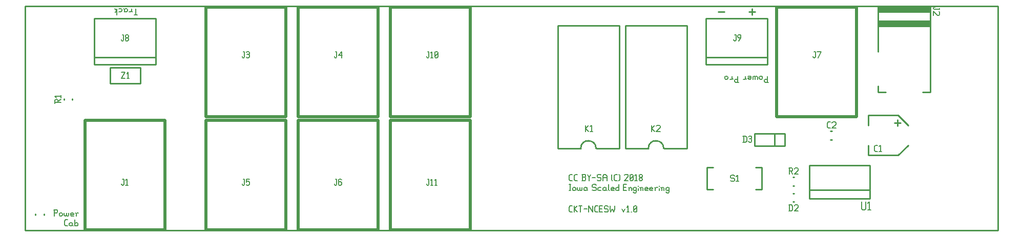
<source format=gbr>
G04 start of page 8 for group -4079 idx -4079 *
G04 Title: (unknown), topsilk *
G04 Creator: pcb 20140316 *
G04 CreationDate: Thu 29 Nov 2018 09:53:53 PM GMT UTC *
G04 For: railfan *
G04 Format: Gerber/RS-274X *
G04 PCB-Dimensions (mil): 6340.00 1470.00 *
G04 PCB-Coordinate-Origin: lower left *
%MOIN*%
%FSLAX25Y25*%
%LNTOPSILK*%
%ADD99C,0.0200*%
%ADD98C,0.0080*%
%ADD97C,0.0100*%
G54D97*X633500Y146500D02*Y500D01*
X473500Y145000D02*Y141000D01*
X475500Y143000D02*X471500D01*
X455500D02*X451500D01*
X500Y146500D02*X633500D01*
Y500D02*X500D01*
Y146500D01*
G54D98*X483500Y101000D02*Y97000D01*
X482000D02*X484000D01*
X482000D02*X481500Y97500D01*
Y98500D02*Y97500D01*
X482000Y99000D02*X481500Y98500D01*
X482000Y99000D02*X483500D01*
X480300Y100500D02*Y99500D01*
X479800Y99000D01*
X478800D02*X479800D01*
X478800D02*X478300Y99500D01*
Y100500D02*Y99500D01*
X478800Y101000D02*X478300Y100500D01*
X478800Y101000D02*X479800D01*
X480300Y100500D02*X479800Y101000D01*
X477100Y100500D02*Y99000D01*
Y100500D02*X476600Y101000D01*
X476100D02*X476600D01*
X476100D02*X475600Y100500D01*
Y99000D01*
Y100500D02*X475100Y101000D01*
X474600D02*X475100D01*
X474600D02*X474100Y100500D01*
Y99000D01*
X470900Y101000D02*X472400D01*
X472900Y100500D02*X472400Y101000D01*
X472900Y100500D02*Y99500D01*
X472400Y99000D01*
X471400D02*X472400D01*
X471400D02*X470900Y99500D01*
Y100000D02*X472900D01*
X470900D02*Y99500D01*
X469200Y101000D02*Y99500D01*
X468700Y99000D01*
X467700D02*X468700D01*
X469700D02*X469200Y99500D01*
X464200Y101000D02*Y97000D01*
X462700D02*X464700D01*
X462700D02*X462200Y97500D01*
Y98500D02*Y97500D01*
X462700Y99000D02*X462200Y98500D01*
X462700Y99000D02*X464200D01*
X460500Y101000D02*Y99500D01*
X460000Y99000D01*
X459000D02*X460000D01*
X461000D02*X460500Y99500D01*
X457800Y100500D02*Y99500D01*
X457300Y99000D01*
X456300D02*X457300D01*
X456300D02*X455800Y99500D01*
Y100500D02*Y99500D01*
X456300Y101000D02*X455800Y100500D01*
X456300Y101000D02*X457300D01*
X457800Y100500D02*X457300Y101000D01*
X355200Y12500D02*X356500D01*
X354500Y13200D02*X355200Y12500D01*
X354500Y15800D02*Y13200D01*
Y15800D02*X355200Y16500D01*
X356500D01*
X357700D02*Y12500D01*
Y14500D02*X359700Y16500D01*
X357700Y14500D02*X359700Y12500D01*
X360900Y16500D02*X362900D01*
X361900D02*Y12500D01*
X364100Y14500D02*X366100D01*
X367300Y16500D02*Y12500D01*
Y16500D02*X369800Y12500D01*
Y16500D02*Y12500D01*
X371700D02*X373000D01*
X371000Y13200D02*X371700Y12500D01*
X371000Y15800D02*Y13200D01*
Y15800D02*X371700Y16500D01*
X373000D01*
X374200Y14700D02*X375700D01*
X374200Y12500D02*X376200D01*
X374200Y16500D02*Y12500D01*
Y16500D02*X376200D01*
X379400D02*X379900Y16000D01*
X377900Y16500D02*X379400D01*
X377400Y16000D02*X377900Y16500D01*
X377400Y16000D02*Y15000D01*
X377900Y14500D01*
X379400D01*
X379900Y14000D01*
Y13000D01*
X379400Y12500D02*X379900Y13000D01*
X377900Y12500D02*X379400D01*
X377400Y13000D02*X377900Y12500D01*
X381100Y16500D02*Y14500D01*
X381600Y12500D01*
X382600Y14500D01*
X383600Y12500D01*
X384100Y14500D01*
Y16500D02*Y14500D01*
X388900D02*X389900Y12500D01*
X390900Y14500D02*X389900Y12500D01*
X392100Y15700D02*X392900Y16500D01*
Y12500D01*
X392100D02*X393600D01*
X394800D02*X395300D01*
X396500Y13000D02*X397000Y12500D01*
X396500Y16000D02*Y13000D01*
Y16000D02*X397000Y16500D01*
X398000D01*
X398500Y16000D01*
Y13000D01*
X398000Y12500D02*X398500Y13000D01*
X397000Y12500D02*X398000D01*
X396500Y13500D02*X398500Y15500D01*
X355200Y33000D02*X356500D01*
X354500Y33700D02*X355200Y33000D01*
X354500Y36300D02*Y33700D01*
Y36300D02*X355200Y37000D01*
X356500D01*
X358400Y33000D02*X359700D01*
X357700Y33700D02*X358400Y33000D01*
X357700Y36300D02*Y33700D01*
Y36300D02*X358400Y37000D01*
X359700D01*
X362700Y33000D02*X364700D01*
X365200Y33500D01*
Y34700D02*Y33500D01*
X364700Y35200D02*X365200Y34700D01*
X363200Y35200D02*X364700D01*
X363200Y37000D02*Y33000D01*
X362700Y37000D02*X364700D01*
X365200Y36500D01*
Y35700D01*
X364700Y35200D02*X365200Y35700D01*
X366400Y37000D02*X367400Y35000D01*
X368400Y37000D01*
X367400Y35000D02*Y33000D01*
X369600Y35000D02*X371600D01*
X374800Y37000D02*X375300Y36500D01*
X373300Y37000D02*X374800D01*
X372800Y36500D02*X373300Y37000D01*
X372800Y36500D02*Y35500D01*
X373300Y35000D01*
X374800D01*
X375300Y34500D01*
Y33500D01*
X374800Y33000D02*X375300Y33500D01*
X373300Y33000D02*X374800D01*
X372800Y33500D02*X373300Y33000D01*
X376500Y36000D02*Y33000D01*
Y36000D02*X377200Y37000D01*
X378300D01*
X379000Y36000D01*
Y33000D01*
X376500Y35000D02*X379000D01*
X382000Y33500D02*X382500Y33000D01*
X382000Y36500D02*X382500Y37000D01*
X382000Y36500D02*Y33500D01*
X384400Y33000D02*X385700D01*
X383700Y33700D02*X384400Y33000D01*
X383700Y36300D02*Y33700D01*
Y36300D02*X384400Y37000D01*
X385700D01*
X386900D02*X387400Y36500D01*
Y33500D01*
X386900Y33000D02*X387400Y33500D01*
X390400Y36500D02*X390900Y37000D01*
X392400D01*
X392900Y36500D01*
Y35500D01*
X390400Y33000D02*X392900Y35500D01*
X390400Y33000D02*X392900D01*
X394100Y33500D02*X394600Y33000D01*
X394100Y36500D02*Y33500D01*
Y36500D02*X394600Y37000D01*
X395600D01*
X396100Y36500D01*
Y33500D01*
X395600Y33000D02*X396100Y33500D01*
X394600Y33000D02*X395600D01*
X394100Y34000D02*X396100Y36000D01*
X397300Y36200D02*X398100Y37000D01*
Y33000D01*
X397300D02*X398800D01*
X400000Y33500D02*X400500Y33000D01*
X400000Y34300D02*Y33500D01*
Y34300D02*X400700Y35000D01*
X401300D01*
X402000Y34300D01*
Y33500D01*
X401500Y33000D02*X402000Y33500D01*
X400500Y33000D02*X401500D01*
X400000Y35700D02*X400700Y35000D01*
X400000Y36500D02*Y35700D01*
Y36500D02*X400500Y37000D01*
X401500D01*
X402000Y36500D01*
Y35700D01*
X401300Y35000D02*X402000Y35700D01*
X354500Y30500D02*X355500D01*
X355000D02*Y26500D01*
X354500D02*X355500D01*
X356700Y28000D02*Y27000D01*
Y28000D02*X357200Y28500D01*
X358200D01*
X358700Y28000D01*
Y27000D01*
X358200Y26500D02*X358700Y27000D01*
X357200Y26500D02*X358200D01*
X356700Y27000D02*X357200Y26500D01*
X359900Y28500D02*Y27000D01*
X360400Y26500D01*
X360900D01*
X361400Y27000D01*
Y28500D02*Y27000D01*
X361900Y26500D01*
X362400D01*
X362900Y27000D01*
Y28500D02*Y27000D01*
X365600Y28500D02*X366100Y28000D01*
X364600Y28500D02*X365600D01*
X364100Y28000D02*X364600Y28500D01*
X364100Y28000D02*Y27000D01*
X364600Y26500D01*
X366100Y28500D02*Y27000D01*
X366600Y26500D01*
X364600D02*X365600D01*
X366100Y27000D01*
X371600Y30500D02*X372100Y30000D01*
X370100Y30500D02*X371600D01*
X369600Y30000D02*X370100Y30500D01*
X369600Y30000D02*Y29000D01*
X370100Y28500D01*
X371600D01*
X372100Y28000D01*
Y27000D01*
X371600Y26500D02*X372100Y27000D01*
X370100Y26500D02*X371600D01*
X369600Y27000D02*X370100Y26500D01*
X373800Y28500D02*X375300D01*
X373300Y28000D02*X373800Y28500D01*
X373300Y28000D02*Y27000D01*
X373800Y26500D01*
X375300D01*
X378000Y28500D02*X378500Y28000D01*
X377000Y28500D02*X378000D01*
X376500Y28000D02*X377000Y28500D01*
X376500Y28000D02*Y27000D01*
X377000Y26500D01*
X378500Y28500D02*Y27000D01*
X379000Y26500D01*
X377000D02*X378000D01*
X378500Y27000D01*
X380200Y30500D02*Y27000D01*
X380700Y26500D01*
X382200D02*X383700D01*
X381700Y27000D02*X382200Y26500D01*
X381700Y28000D02*Y27000D01*
Y28000D02*X382200Y28500D01*
X383200D01*
X383700Y28000D01*
X381700Y27500D02*X383700D01*
Y28000D02*Y27500D01*
X386900Y30500D02*Y26500D01*
X386400D02*X386900Y27000D01*
X385400Y26500D02*X386400D01*
X384900Y27000D02*X385400Y26500D01*
X384900Y28000D02*Y27000D01*
Y28000D02*X385400Y28500D01*
X386400D01*
X386900Y28000D01*
X389900Y28700D02*X391400D01*
X389900Y26500D02*X391900D01*
X389900Y30500D02*Y26500D01*
Y30500D02*X391900D01*
X393600Y28000D02*Y26500D01*
Y28000D02*X394100Y28500D01*
X394600D01*
X395100Y28000D01*
Y26500D01*
X393100Y28500D02*X393600Y28000D01*
X397800Y28500D02*X398300Y28000D01*
X396800Y28500D02*X397800D01*
X396300Y28000D02*X396800Y28500D01*
X396300Y28000D02*Y27000D01*
X396800Y26500D01*
X397800D01*
X398300Y27000D01*
X396300Y25500D02*X396800Y25000D01*
X397800D01*
X398300Y25500D01*
Y28500D02*Y25500D01*
X399500Y29500D02*Y29400D01*
Y28000D02*Y26500D01*
X401000Y28000D02*Y26500D01*
Y28000D02*X401500Y28500D01*
X402000D01*
X402500Y28000D01*
Y26500D01*
X400500Y28500D02*X401000Y28000D01*
X404200Y26500D02*X405700D01*
X403700Y27000D02*X404200Y26500D01*
X403700Y28000D02*Y27000D01*
Y28000D02*X404200Y28500D01*
X405200D01*
X405700Y28000D01*
X403700Y27500D02*X405700D01*
Y28000D02*Y27500D01*
X407400Y26500D02*X408900D01*
X406900Y27000D02*X407400Y26500D01*
X406900Y28000D02*Y27000D01*
Y28000D02*X407400Y28500D01*
X408400D01*
X408900Y28000D01*
X406900Y27500D02*X408900D01*
Y28000D02*Y27500D01*
X410600Y28000D02*Y26500D01*
Y28000D02*X411100Y28500D01*
X412100D01*
X410100D02*X410600Y28000D01*
X413300Y29500D02*Y29400D01*
Y28000D02*Y26500D01*
X414800Y28000D02*Y26500D01*
Y28000D02*X415300Y28500D01*
X415800D01*
X416300Y28000D01*
Y26500D01*
X414300Y28500D02*X414800Y28000D01*
X419000Y28500D02*X419500Y28000D01*
X418000Y28500D02*X419000D01*
X417500Y28000D02*X418000Y28500D01*
X417500Y28000D02*Y27000D01*
X418000Y26500D01*
X419000D01*
X419500Y27000D01*
X417500Y25500D02*X418000Y25000D01*
X419000D01*
X419500Y25500D01*
Y28500D02*Y25500D01*
X71500Y141000D02*X73500D01*
X72500Y145000D02*Y141000D01*
X69800Y145000D02*Y143500D01*
X69300Y143000D01*
X68300D02*X69300D01*
X70300D02*X69800Y143500D01*
X65600Y143000D02*X65100Y143500D01*
X65600Y143000D02*X66600D01*
X67100Y143500D02*X66600Y143000D01*
X67100Y144500D02*Y143500D01*
Y144500D02*X66600Y145000D01*
X65100Y144500D02*Y143000D01*
Y144500D02*X64600Y145000D01*
X65600D02*X66600D01*
X65600D02*X65100Y144500D01*
X61400Y143000D02*X62900D01*
X63400Y143500D02*X62900Y143000D01*
X63400Y144500D02*Y143500D01*
Y144500D02*X62900Y145000D01*
X61400D02*X62900D01*
X60200D02*Y141000D01*
Y143500D02*X58700Y145000D01*
X60200Y143500D02*X59200Y142500D01*
X19500Y14000D02*Y10000D01*
X19000Y14000D02*X21000D01*
X21500Y13500D01*
Y12500D01*
X21000Y12000D02*X21500Y12500D01*
X19500Y12000D02*X21000D01*
X22700Y11500D02*Y10500D01*
Y11500D02*X23200Y12000D01*
X24200D01*
X24700Y11500D01*
Y10500D01*
X24200Y10000D02*X24700Y10500D01*
X23200Y10000D02*X24200D01*
X22700Y10500D02*X23200Y10000D01*
X25900Y12000D02*Y10500D01*
X26400Y10000D01*
X26900D01*
X27400Y10500D01*
Y12000D02*Y10500D01*
X27900Y10000D01*
X28400D01*
X28900Y10500D01*
Y12000D02*Y10500D01*
X30600Y10000D02*X32100D01*
X30100Y10500D02*X30600Y10000D01*
X30100Y11500D02*Y10500D01*
Y11500D02*X30600Y12000D01*
X31600D01*
X32100Y11500D01*
X30100Y11000D02*X32100D01*
Y11500D02*Y11000D01*
X33800Y11500D02*Y10000D01*
Y11500D02*X34300Y12000D01*
X35300D01*
X33300D02*X33800Y11500D01*
X26700Y3500D02*X28000D01*
X26000Y4200D02*X26700Y3500D01*
X26000Y6800D02*Y4200D01*
Y6800D02*X26700Y7500D01*
X28000D01*
X30700Y5500D02*X31200Y5000D01*
X29700Y5500D02*X30700D01*
X29200Y5000D02*X29700Y5500D01*
X29200Y5000D02*Y4000D01*
X29700Y3500D01*
X31200Y5500D02*Y4000D01*
X31700Y3500D01*
X29700D02*X30700D01*
X31200Y4000D01*
X32900Y7500D02*Y3500D01*
Y4000D02*X33400Y3500D01*
X34400D01*
X34900Y4000D01*
Y5000D02*Y4000D01*
X34400Y5500D02*X34900Y5000D01*
X33400Y5500D02*X34400D01*
X32900Y5000D02*X33400Y5500D01*
G54D97*X45500Y138800D02*X85500D01*
X45500Y108800D02*X85500D01*
X45500Y113200D02*X85500D01*
Y138800D02*Y108800D01*
X45500Y138800D02*Y108800D01*
X25745Y86393D02*Y85607D01*
X31255Y86393D02*Y85607D01*
X55650Y96450D02*X75350D01*
X55650Y106550D02*Y96450D01*
Y106550D02*X75350D01*
Y96450D01*
G54D99*X91500Y72300D02*Y1000D01*
X39500Y72300D02*Y1000D01*
Y72300D02*X91500D01*
X39500Y1000D02*X91500Y980D01*
G54D97*X7245Y11393D02*Y10607D01*
X12755Y11393D02*Y10607D01*
G54D99*X170000Y72300D02*Y1000D01*
X118000Y72300D02*Y1000D01*
Y72300D02*X170000D01*
X118000Y1000D02*X170000Y980D01*
X118000Y146000D02*Y74700D01*
X170000Y146000D02*Y74700D01*
X118000D02*X170000D01*
Y146000D02*X118000Y146020D01*
X178000Y146000D02*Y74700D01*
X230000Y146000D02*Y74700D01*
X178000D02*X230000D01*
Y146000D02*X178000Y146020D01*
X230000Y72300D02*Y1000D01*
X178000Y72300D02*Y1000D01*
Y72300D02*X230000D01*
X178000Y1000D02*X230000Y980D01*
G54D97*X549008Y75492D02*Y68996D01*
Y56004D02*Y49508D01*
X568496D01*
X549008Y75492D02*X568496D01*
Y49508D02*X574992Y56004D01*
X568496Y75492D02*X574992Y68996D01*
X568000Y72500D02*Y68500D01*
X566000Y70500D02*X570000D01*
X510815Y42843D02*X550185D01*
X510815Y21189D02*X550185D01*
X510815Y27095D02*X550185D01*
X510815Y42843D02*Y21189D01*
X550185Y42843D02*Y21189D01*
X524607Y65255D02*X525393D01*
X524607Y59745D02*X525393D01*
X555500Y146500D02*Y117000D01*
Y146500D02*X589500D01*
Y90500D01*
X584500D02*X589500D01*
X555500Y94500D02*Y90500D01*
X560500D01*
X555500Y146500D02*X589500D01*
X555500Y146000D02*X589500D01*
X555500Y145500D02*X589500D01*
X555500Y145000D02*X589500D01*
X555500Y144500D02*X589500D01*
X555500Y144000D02*X589500D01*
X555500Y143500D02*X589500D01*
X555500Y143000D02*X589500D01*
X555500Y133500D02*X589500D01*
X555500Y134000D02*X589500D01*
X555500Y134500D02*X589500D01*
X555500Y135000D02*X589500D01*
X555500Y135500D02*X589500D01*
X555500Y136000D02*X589500D01*
X555500Y136500D02*X589500D01*
X555500Y137000D02*X589500D01*
X500107Y35255D02*X500893D01*
X500107Y29745D02*X500893D01*
X500107Y19245D02*X500893D01*
X500107Y24755D02*X500893D01*
X444300Y41600D02*Y27400D01*
Y41600D02*X448300D01*
X444300Y27400D02*X448300D01*
X479700Y41600D02*Y27400D01*
X475700Y41600D02*X479700D01*
X475700Y27400D02*X479700D01*
G54D99*X489500Y146000D02*Y74700D01*
X541500Y146000D02*Y74700D01*
X489500D02*X541500D01*
Y146000D02*X489500Y146020D01*
G54D97*X443500Y138800D02*X483500D01*
X443500Y108800D02*X483500D01*
X443500Y113200D02*X483500D01*
Y138800D02*Y108800D01*
X443500Y138800D02*Y108800D01*
X475100Y63500D02*X494800D01*
X475100Y55500D02*X494800D01*
Y63500D02*Y55500D01*
X475100Y63500D02*Y55500D01*
X488000Y63500D02*Y55500D01*
G54D99*X238000Y146000D02*Y74700D01*
X290000Y146000D02*Y74700D01*
X238000D02*X290000D01*
Y146000D02*X238000Y146020D01*
X290000Y72300D02*Y1000D01*
X238000Y72300D02*Y1000D01*
Y72300D02*X290000D01*
X238000Y1000D02*X290000Y980D01*
G54D97*X431000Y134000D02*Y54000D01*
X391000Y134000D02*X431000D01*
X391000D02*Y54000D01*
X416000D02*X431000D01*
X391000D02*X406000D01*
X416000D02*G75*G03X406000Y54000I-5000J0D01*G01*
X387000Y134000D02*Y54000D01*
X347000Y134000D02*X387000D01*
X347000D02*Y54000D01*
X372000D02*X387000D01*
X347000D02*X362000D01*
X372000D02*G75*G03X362000Y54000I-5000J0D01*G01*
G54D98*X63700Y128000D02*X64500D01*
Y124500D01*
X64000Y124000D02*X64500Y124500D01*
X63500Y124000D02*X64000D01*
X63000Y124500D02*X63500Y124000D01*
X63000Y125000D02*Y124500D01*
X65700D02*X66200Y124000D01*
X65700Y125300D02*Y124500D01*
Y125300D02*X66400Y126000D01*
X67000D01*
X67700Y125300D01*
Y124500D01*
X67200Y124000D02*X67700Y124500D01*
X66200Y124000D02*X67200D01*
X65700Y126700D02*X66400Y126000D01*
X65700Y127500D02*Y126700D01*
Y127500D02*X66200Y128000D01*
X67200D01*
X67700Y127500D01*
Y126700D01*
X67000Y126000D02*X67700Y126700D01*
X63857Y34000D02*X64657D01*
Y30500D01*
X64157Y30000D02*X64657Y30500D01*
X63657Y30000D02*X64157D01*
X63157Y30500D02*X63657Y30000D01*
X63157Y31000D02*Y30500D01*
X65857Y33200D02*X66657Y34000D01*
Y30000D01*
X65857D02*X67357D01*
X19850Y85393D02*Y83393D01*
Y85393D02*X20350Y85893D01*
X21350D01*
X21850Y85393D02*X21350Y85893D01*
X21850Y85393D02*Y83893D01*
X19850D02*X23850D01*
X21850Y84693D02*X23850Y85893D01*
X20650Y87093D02*X19850Y87893D01*
X23850D01*
Y88593D02*Y87093D01*
X63000Y103500D02*X65500D01*
X63000Y99500D02*X65500Y103500D01*
X63000Y99500D02*X65500D01*
X66700Y102700D02*X67500Y103500D01*
Y99500D01*
X66700D02*X68200D01*
X142357Y34000D02*X143157D01*
Y30500D01*
X142657Y30000D02*X143157Y30500D01*
X142157Y30000D02*X142657D01*
X141657Y30500D02*X142157Y30000D01*
X141657Y31000D02*Y30500D01*
X144357Y34000D02*X146357D01*
X144357D02*Y32000D01*
X144857Y32500D01*
X145857D01*
X146357Y32000D01*
Y30500D01*
X145857Y30000D02*X146357Y30500D01*
X144857Y30000D02*X145857D01*
X144357Y30500D02*X144857Y30000D01*
X202357Y34000D02*X203157D01*
Y30500D01*
X202657Y30000D02*X203157Y30500D01*
X202157Y30000D02*X202657D01*
X201657Y30500D02*X202157Y30000D01*
X201657Y31000D02*Y30500D01*
X205857Y34000D02*X206357Y33500D01*
X204857Y34000D02*X205857D01*
X204357Y33500D02*X204857Y34000D01*
X204357Y33500D02*Y30500D01*
X204857Y30000D01*
X205857Y32200D02*X206357Y31700D01*
X204357Y32200D02*X205857D01*
X204857Y30000D02*X205857D01*
X206357Y30500D01*
Y31700D02*Y30500D01*
X142357Y117000D02*X143157D01*
Y113500D01*
X142657Y113000D02*X143157Y113500D01*
X142157Y113000D02*X142657D01*
X141657Y113500D02*X142157Y113000D01*
X141657Y114000D02*Y113500D01*
X144357Y116500D02*X144857Y117000D01*
X145857D01*
X146357Y116500D01*
X145857Y113000D02*X146357Y113500D01*
X144857Y113000D02*X145857D01*
X144357Y113500D02*X144857Y113000D01*
Y115200D02*X145857D01*
X146357Y116500D02*Y115700D01*
Y114700D02*Y113500D01*
Y114700D02*X145857Y115200D01*
X146357Y115700D02*X145857Y115200D01*
X202357Y117000D02*X203157D01*
Y113500D01*
X202657Y113000D02*X203157Y113500D01*
X202157Y113000D02*X202657D01*
X201657Y113500D02*X202157Y113000D01*
X201657Y114000D02*Y113500D01*
X204357Y114500D02*X206357Y117000D01*
X204357Y114500D02*X206857D01*
X206357Y117000D02*Y113000D01*
X553700Y52000D02*X555000D01*
X553000Y52700D02*X553700Y52000D01*
X553000Y55300D02*Y52700D01*
Y55300D02*X553700Y56000D01*
X555000D01*
X556200Y55200D02*X557000Y56000D01*
Y52000D01*
X556200D02*X557700D01*
X544658Y19355D02*Y14700D01*
X545323Y14035D01*
X546653D01*
X547318Y14700D01*
Y19355D02*Y14700D01*
X548914Y18291D02*X549978Y19355D01*
Y14035D01*
X548914D02*X550909D01*
X595500Y145300D02*Y144500D01*
X592000D02*X595500D01*
X591500Y145000D02*X592000Y144500D01*
X591500Y145500D02*Y145000D01*
X592000Y146000D02*X591500Y145500D01*
X592000Y146000D02*X592500D01*
X595000Y143300D02*X595500Y142800D01*
Y141300D01*
X595000Y140800D01*
X594000D02*X595000D01*
X591500Y143300D02*X594000Y140800D01*
X591500Y143300D02*Y140800D01*
X462200Y128000D02*X463000D01*
Y124500D01*
X462500Y124000D02*X463000Y124500D01*
X462000Y124000D02*X462500D01*
X461500Y124500D02*X462000Y124000D01*
X461500Y125000D02*Y124500D01*
X464700Y124000D02*X466200Y126000D01*
Y127500D02*Y126000D01*
X465700Y128000D02*X466200Y127500D01*
X464700Y128000D02*X465700D01*
X464200Y127500D02*X464700Y128000D01*
X464200Y127500D02*Y126500D01*
X464700Y126000D01*
X466200D01*
X523050Y67150D02*X524350D01*
X522350Y67850D02*X523050Y67150D01*
X522350Y70450D02*Y67850D01*
Y70450D02*X523050Y71150D01*
X524350D01*
X525550Y70650D02*X526050Y71150D01*
X527550D01*
X528050Y70650D01*
Y69650D01*
X525550Y67150D02*X528050Y69650D01*
X525550Y67150D02*X528050D01*
X497350Y41150D02*X499350D01*
X499850Y40650D01*
Y39650D01*
X499350Y39150D02*X499850Y39650D01*
X497850Y39150D02*X499350D01*
X497850Y41150D02*Y37150D01*
X498650Y39150D02*X499850Y37150D01*
X501050Y40650D02*X501550Y41150D01*
X503050D01*
X503550Y40650D01*
Y39650D01*
X501050Y37150D02*X503550Y39650D01*
X501050Y37150D02*X503550D01*
X513857Y117000D02*X514657D01*
Y113500D01*
X514157Y113000D02*X514657Y113500D01*
X513657Y113000D02*X514157D01*
X513157Y113500D02*X513657Y113000D01*
X513157Y114000D02*Y113500D01*
X516357Y113000D02*X518357Y117000D01*
X515857D02*X518357D01*
X497850Y17150D02*Y13150D01*
X499150Y17150D02*X499850Y16450D01*
Y13850D01*
X499150Y13150D02*X499850Y13850D01*
X497350Y13150D02*X499150D01*
X497350Y17150D02*X499150D01*
X501050Y16650D02*X501550Y17150D01*
X503050D01*
X503550Y16650D01*
Y15650D01*
X501050Y13150D02*X503550Y15650D01*
X501050Y13150D02*X503550D01*
X461500Y36500D02*X462000Y36000D01*
X460000Y36500D02*X461500D01*
X459500Y36000D02*X460000Y36500D01*
X459500Y36000D02*Y35000D01*
X460000Y34500D01*
X461500D01*
X462000Y34000D01*
Y33000D01*
X461500Y32500D02*X462000Y33000D01*
X460000Y32500D02*X461500D01*
X459500Y33000D02*X460000Y32500D01*
X463200Y35700D02*X464000Y36500D01*
Y32500D01*
X463200D02*X464700D01*
X408000Y69000D02*Y65000D01*
Y67000D02*X410000Y69000D01*
X408000Y67000D02*X410000Y65000D01*
X411200Y68500D02*X411700Y69000D01*
X413200D01*
X413700Y68500D01*
Y67500D01*
X411200Y65000D02*X413700Y67500D01*
X411200Y65000D02*X413700D01*
X365000Y69000D02*Y65000D01*
Y67000D02*X367000Y69000D01*
X365000Y67000D02*X367000Y65000D01*
X368200Y68200D02*X369000Y69000D01*
Y65000D01*
X368200D02*X369700D01*
X468000Y62000D02*Y58000D01*
X469300Y62000D02*X470000Y61300D01*
Y58700D01*
X469300Y58000D02*X470000Y58700D01*
X467500Y58000D02*X469300D01*
X467500Y62000D02*X469300D01*
X471200Y61500D02*X471700Y62000D01*
X472700D01*
X473200Y61500D01*
X472700Y58000D02*X473200Y58500D01*
X471700Y58000D02*X472700D01*
X471200Y58500D02*X471700Y58000D01*
Y60200D02*X472700D01*
X473200Y61500D02*Y60700D01*
Y59700D02*Y58500D01*
Y59700D02*X472700Y60200D01*
X473200Y60700D02*X472700Y60200D01*
X262357Y34000D02*X263157D01*
Y30500D01*
X262657Y30000D02*X263157Y30500D01*
X262157Y30000D02*X262657D01*
X261657Y30500D02*X262157Y30000D01*
X261657Y31000D02*Y30500D01*
X264357Y33200D02*X265157Y34000D01*
Y30000D01*
X264357D02*X265857D01*
X267057Y33200D02*X267857Y34000D01*
Y30000D01*
X267057D02*X268557D01*
X262357Y117000D02*X263157D01*
Y113500D01*
X262657Y113000D02*X263157Y113500D01*
X262157Y113000D02*X262657D01*
X261657Y113500D02*X262157Y113000D01*
X261657Y114000D02*Y113500D01*
X264357Y116200D02*X265157Y117000D01*
Y113000D01*
X264357D02*X265857D01*
X267057Y113500D02*X267557Y113000D01*
X267057Y116500D02*Y113500D01*
Y116500D02*X267557Y117000D01*
X268557D01*
X269057Y116500D01*
Y113500D01*
X268557Y113000D02*X269057Y113500D01*
X267557Y113000D02*X268557D01*
X267057Y114000D02*X269057Y116000D01*
M02*

</source>
